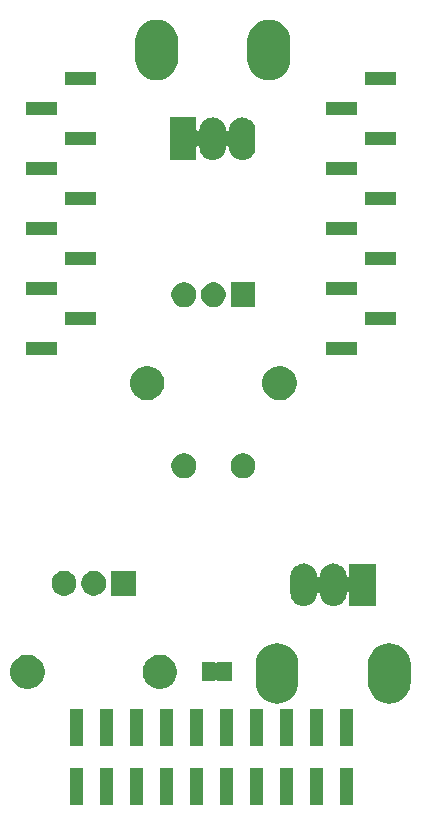
<source format=gbr>
G04 #@! TF.GenerationSoftware,KiCad,Pcbnew,(5.1.5-0-10_14)*
G04 #@! TF.CreationDate,2020-01-23T10:54:37-08:00*
G04 #@! TF.ProjectId,AndyCabinets,416e6479-4361-4626-996e-6574732e6b69,rev?*
G04 #@! TF.SameCoordinates,Original*
G04 #@! TF.FileFunction,Soldermask,Bot*
G04 #@! TF.FilePolarity,Negative*
%FSLAX46Y46*%
G04 Gerber Fmt 4.6, Leading zero omitted, Abs format (unit mm)*
G04 Created by KiCad (PCBNEW (5.1.5-0-10_14)) date 2020-01-23 10:54:37*
%MOMM*%
%LPD*%
G04 APERTURE LIST*
%ADD10C,0.050000*%
G04 APERTURE END LIST*
D10*
G36*
X209613321Y-133738800D02*
G01*
X208511321Y-133738800D01*
X208511321Y-130636800D01*
X209613321Y-130636800D01*
X209613321Y-133738800D01*
G37*
G36*
X207073321Y-133738800D02*
G01*
X205971321Y-133738800D01*
X205971321Y-130636800D01*
X207073321Y-130636800D01*
X207073321Y-133738800D01*
G37*
G36*
X204533321Y-133738800D02*
G01*
X203431321Y-133738800D01*
X203431321Y-130636800D01*
X204533321Y-130636800D01*
X204533321Y-133738800D01*
G37*
G36*
X201993321Y-133738800D02*
G01*
X200891321Y-133738800D01*
X200891321Y-130636800D01*
X201993321Y-130636800D01*
X201993321Y-133738800D01*
G37*
G36*
X199453321Y-133738800D02*
G01*
X198351321Y-133738800D01*
X198351321Y-130636800D01*
X199453321Y-130636800D01*
X199453321Y-133738800D01*
G37*
G36*
X196913321Y-133738800D02*
G01*
X195811321Y-133738800D01*
X195811321Y-130636800D01*
X196913321Y-130636800D01*
X196913321Y-133738800D01*
G37*
G36*
X194373321Y-133738800D02*
G01*
X193271321Y-133738800D01*
X193271321Y-130636800D01*
X194373321Y-130636800D01*
X194373321Y-133738800D01*
G37*
G36*
X191833321Y-133738800D02*
G01*
X190731321Y-133738800D01*
X190731321Y-130636800D01*
X191833321Y-130636800D01*
X191833321Y-133738800D01*
G37*
G36*
X189293321Y-133738800D02*
G01*
X188191321Y-133738800D01*
X188191321Y-130636800D01*
X189293321Y-130636800D01*
X189293321Y-133738800D01*
G37*
G36*
X186753321Y-133738800D02*
G01*
X185651321Y-133738800D01*
X185651321Y-130636800D01*
X186753321Y-130636800D01*
X186753321Y-133738800D01*
G37*
G36*
X201993321Y-128698800D02*
G01*
X200891321Y-128698800D01*
X200891321Y-125596800D01*
X201993321Y-125596800D01*
X201993321Y-128698800D01*
G37*
G36*
X194373321Y-128698800D02*
G01*
X193271321Y-128698800D01*
X193271321Y-125596800D01*
X194373321Y-125596800D01*
X194373321Y-128698800D01*
G37*
G36*
X191833321Y-128698800D02*
G01*
X190731321Y-128698800D01*
X190731321Y-125596800D01*
X191833321Y-125596800D01*
X191833321Y-128698800D01*
G37*
G36*
X189293321Y-128698800D02*
G01*
X188191321Y-128698800D01*
X188191321Y-125596800D01*
X189293321Y-125596800D01*
X189293321Y-128698800D01*
G37*
G36*
X186753321Y-128698800D02*
G01*
X185651321Y-128698800D01*
X185651321Y-125596800D01*
X186753321Y-125596800D01*
X186753321Y-128698800D01*
G37*
G36*
X196913321Y-128698800D02*
G01*
X195811321Y-128698800D01*
X195811321Y-125596800D01*
X196913321Y-125596800D01*
X196913321Y-128698800D01*
G37*
G36*
X199453321Y-128698800D02*
G01*
X198351321Y-128698800D01*
X198351321Y-125596800D01*
X199453321Y-125596800D01*
X199453321Y-128698800D01*
G37*
G36*
X209613321Y-128698800D02*
G01*
X208511321Y-128698800D01*
X208511321Y-125596800D01*
X209613321Y-125596800D01*
X209613321Y-128698800D01*
G37*
G36*
X207073321Y-128698800D02*
G01*
X205971321Y-128698800D01*
X205971321Y-125596800D01*
X207073321Y-125596800D01*
X207073321Y-128698800D01*
G37*
G36*
X204533321Y-128698800D02*
G01*
X203431321Y-128698800D01*
X203431321Y-125596800D01*
X204533321Y-125596800D01*
X204533321Y-128698800D01*
G37*
G36*
X203576858Y-120067488D02*
G01*
X203916348Y-120170471D01*
X203916350Y-120170472D01*
X204229222Y-120337706D01*
X204229224Y-120337707D01*
X204229223Y-120337707D01*
X204503461Y-120562768D01*
X204728522Y-120837006D01*
X204895758Y-121149881D01*
X204998741Y-121489371D01*
X205024800Y-121753954D01*
X205024800Y-123430904D01*
X204998741Y-123695487D01*
X204931719Y-123916429D01*
X204895757Y-124034979D01*
X204728523Y-124347851D01*
X204503461Y-124622090D01*
X204229223Y-124847152D01*
X203916349Y-125014386D01*
X203916347Y-125014387D01*
X203576857Y-125117370D01*
X203223800Y-125152143D01*
X202870742Y-125117370D01*
X202531252Y-125014387D01*
X202531250Y-125014386D01*
X202218378Y-124847152D01*
X201944139Y-124622090D01*
X201719077Y-124347852D01*
X201551843Y-124034978D01*
X201551842Y-124034976D01*
X201448859Y-123695486D01*
X201422800Y-123430903D01*
X201422800Y-121753954D01*
X201448859Y-121489371D01*
X201551843Y-121149881D01*
X201719079Y-120837006D01*
X201944140Y-120562768D01*
X202218378Y-120337707D01*
X202218377Y-120337707D01*
X202218379Y-120337706D01*
X202531251Y-120170472D01*
X202531253Y-120170471D01*
X202870743Y-120067488D01*
X203223800Y-120032715D01*
X203576858Y-120067488D01*
G37*
G36*
X213076858Y-120067488D02*
G01*
X213416348Y-120170471D01*
X213416350Y-120170472D01*
X213729222Y-120337706D01*
X213729224Y-120337707D01*
X213729223Y-120337707D01*
X214003461Y-120562768D01*
X214228522Y-120837006D01*
X214395758Y-121149881D01*
X214498741Y-121489371D01*
X214524800Y-121753954D01*
X214524800Y-123430904D01*
X214498741Y-123695487D01*
X214431719Y-123916429D01*
X214395757Y-124034979D01*
X214228523Y-124347851D01*
X214003461Y-124622090D01*
X213729223Y-124847152D01*
X213416349Y-125014386D01*
X213416347Y-125014387D01*
X213076857Y-125117370D01*
X212723800Y-125152143D01*
X212370742Y-125117370D01*
X212031252Y-125014387D01*
X212031250Y-125014386D01*
X211718378Y-124847152D01*
X211444139Y-124622090D01*
X211219077Y-124347852D01*
X211051843Y-124034978D01*
X211051842Y-124034976D01*
X210948859Y-123695486D01*
X210922800Y-123430903D01*
X210922800Y-121753954D01*
X210948859Y-121489371D01*
X211051843Y-121149881D01*
X211219079Y-120837006D01*
X211444140Y-120562768D01*
X211718378Y-120337707D01*
X211718377Y-120337707D01*
X211718379Y-120337706D01*
X212031251Y-120170472D01*
X212031253Y-120170471D01*
X212370743Y-120067488D01*
X212723800Y-120032715D01*
X213076858Y-120067488D01*
G37*
G36*
X182509041Y-121070189D02*
G01*
X182773105Y-121179568D01*
X183010758Y-121338363D01*
X183212866Y-121540471D01*
X183371661Y-121778124D01*
X183481040Y-122042188D01*
X183536800Y-122322517D01*
X183536800Y-122608341D01*
X183481040Y-122888670D01*
X183371661Y-123152734D01*
X183212866Y-123390387D01*
X183010758Y-123592495D01*
X182773105Y-123751290D01*
X182509041Y-123860669D01*
X182228712Y-123916429D01*
X181942888Y-123916429D01*
X181662559Y-123860669D01*
X181398495Y-123751290D01*
X181160842Y-123592495D01*
X180958734Y-123390387D01*
X180799939Y-123152734D01*
X180690560Y-122888670D01*
X180634800Y-122608341D01*
X180634800Y-122322517D01*
X180690560Y-122042188D01*
X180799939Y-121778124D01*
X180958734Y-121540471D01*
X181160842Y-121338363D01*
X181398495Y-121179568D01*
X181662559Y-121070189D01*
X181942888Y-121014429D01*
X182228712Y-121014429D01*
X182509041Y-121070189D01*
G37*
G36*
X193709041Y-121070189D02*
G01*
X193973105Y-121179568D01*
X194210758Y-121338363D01*
X194412866Y-121540471D01*
X194571661Y-121778124D01*
X194681040Y-122042188D01*
X194736800Y-122322517D01*
X194736800Y-122608341D01*
X194681040Y-122888670D01*
X194571661Y-123152734D01*
X194412866Y-123390387D01*
X194210758Y-123592495D01*
X193973105Y-123751290D01*
X193709041Y-123860669D01*
X193428712Y-123916429D01*
X193142888Y-123916429D01*
X192862559Y-123860669D01*
X192598495Y-123751290D01*
X192360842Y-123592495D01*
X192158734Y-123390387D01*
X191999939Y-123152734D01*
X191890560Y-122888670D01*
X191834800Y-122608341D01*
X191834800Y-122322517D01*
X191890560Y-122042188D01*
X191999939Y-121778124D01*
X192158734Y-121540471D01*
X192360842Y-121338363D01*
X192598495Y-121179568D01*
X192862559Y-121070189D01*
X193142888Y-121014429D01*
X193428712Y-121014429D01*
X193709041Y-121070189D01*
G37*
G36*
X197930399Y-121627737D02*
G01*
X197940008Y-121630652D01*
X197948872Y-121635390D01*
X197956612Y-121641742D01*
X197956613Y-121641743D01*
X197956637Y-121641763D01*
X197963040Y-121649573D01*
X197963077Y-121649628D01*
X197970880Y-121659147D01*
X197970911Y-121659122D01*
X197982253Y-121672972D01*
X198001179Y-121688537D01*
X198022777Y-121700111D01*
X198046219Y-121707249D01*
X198070602Y-121709676D01*
X198094991Y-121707300D01*
X198118447Y-121700211D01*
X198140070Y-121688682D01*
X198159028Y-121673157D01*
X198174593Y-121654231D01*
X198176429Y-121651175D01*
X198177818Y-121649486D01*
X198177819Y-121649484D01*
X198184201Y-121641725D01*
X198191973Y-121635360D01*
X198191975Y-121635358D01*
X198200799Y-121630654D01*
X198200838Y-121630633D01*
X198210455Y-121627727D01*
X198210485Y-121627718D01*
X198226513Y-121626148D01*
X199364260Y-121626148D01*
X199380399Y-121627737D01*
X199390008Y-121630652D01*
X199398872Y-121635390D01*
X199406637Y-121641763D01*
X199413010Y-121649528D01*
X199417748Y-121658392D01*
X199420663Y-121668001D01*
X199422252Y-121684140D01*
X199422252Y-123171860D01*
X199420663Y-123187999D01*
X199417748Y-123197608D01*
X199413010Y-123206472D01*
X199406637Y-123214237D01*
X199398872Y-123220610D01*
X199390008Y-123225348D01*
X199380399Y-123228263D01*
X199364260Y-123229852D01*
X198226540Y-123229852D01*
X198210401Y-123228263D01*
X198200792Y-123225348D01*
X198191928Y-123220610D01*
X198184163Y-123214237D01*
X198173516Y-123201263D01*
X198167347Y-123192032D01*
X198150019Y-123174706D01*
X198129644Y-123161093D01*
X198107005Y-123151717D01*
X198082972Y-123146937D01*
X198058468Y-123146938D01*
X198034435Y-123151720D01*
X198011796Y-123161098D01*
X197991422Y-123174713D01*
X197974096Y-123192041D01*
X197967225Y-123201317D01*
X197963040Y-123206427D01*
X197956675Y-123214199D01*
X197948916Y-123220581D01*
X197940061Y-123225326D01*
X197937023Y-123226251D01*
X197930485Y-123228242D01*
X197930482Y-123228242D01*
X197930450Y-123228252D01*
X197920400Y-123229247D01*
X197920335Y-123229247D01*
X197914225Y-123229852D01*
X196926540Y-123229852D01*
X196910401Y-123228263D01*
X196900792Y-123225348D01*
X196891928Y-123220610D01*
X196884163Y-123214237D01*
X196877790Y-123206472D01*
X196873052Y-123197608D01*
X196870137Y-123187999D01*
X196868548Y-123171860D01*
X196868548Y-121684140D01*
X196870137Y-121668001D01*
X196873052Y-121658392D01*
X196877790Y-121649528D01*
X196884163Y-121641763D01*
X196891928Y-121635390D01*
X196900792Y-121630652D01*
X196910401Y-121627737D01*
X196926540Y-121626148D01*
X197914260Y-121626148D01*
X197930399Y-121627737D01*
G37*
G36*
X208194535Y-113307721D02*
G01*
X208351559Y-113355354D01*
X208406790Y-113372108D01*
X208602398Y-113476663D01*
X208773855Y-113617374D01*
X208914566Y-113788831D01*
X209019121Y-113984439D01*
X209019122Y-113984443D01*
X209083508Y-114196694D01*
X209083508Y-114196696D01*
X209098404Y-114347938D01*
X209103184Y-114371971D01*
X209112562Y-114394610D01*
X209126175Y-114414985D01*
X209143503Y-114432312D01*
X209163877Y-114445925D01*
X209186516Y-114455303D01*
X209210549Y-114460083D01*
X209235053Y-114460083D01*
X209259086Y-114455303D01*
X209281725Y-114445925D01*
X209302100Y-114432312D01*
X209319427Y-114414984D01*
X209333040Y-114394610D01*
X209342418Y-114371971D01*
X209347800Y-114335686D01*
X209347800Y-113291429D01*
X211599800Y-113291429D01*
X211599800Y-116893429D01*
X209347800Y-116893429D01*
X209347800Y-115849172D01*
X209345398Y-115824786D01*
X209338285Y-115801337D01*
X209326734Y-115779726D01*
X209311189Y-115760784D01*
X209292247Y-115745239D01*
X209270636Y-115733688D01*
X209247187Y-115726575D01*
X209222801Y-115724173D01*
X209198415Y-115726575D01*
X209174966Y-115733688D01*
X209153355Y-115745239D01*
X209134413Y-115760784D01*
X209118868Y-115779726D01*
X209107317Y-115801337D01*
X209098404Y-115836920D01*
X209083508Y-115988164D01*
X209035875Y-116145188D01*
X209019121Y-116200419D01*
X208914566Y-116396027D01*
X208914565Y-116396028D01*
X208773855Y-116567484D01*
X208602399Y-116708194D01*
X208602397Y-116708195D01*
X208406789Y-116812750D01*
X208351558Y-116829504D01*
X208194534Y-116877137D01*
X207973800Y-116898877D01*
X207753065Y-116877137D01*
X207596041Y-116829504D01*
X207540810Y-116812750D01*
X207345202Y-116708195D01*
X207314456Y-116682962D01*
X207173745Y-116567484D01*
X207033035Y-116396028D01*
X207027056Y-116384842D01*
X206928479Y-116200418D01*
X206911725Y-116145187D01*
X206864092Y-115988163D01*
X206848197Y-115826776D01*
X206843417Y-115802743D01*
X206834039Y-115780104D01*
X206820426Y-115759729D01*
X206803098Y-115742402D01*
X206782724Y-115728789D01*
X206760085Y-115719411D01*
X206736052Y-115714631D01*
X206711548Y-115714631D01*
X206687515Y-115719411D01*
X206664876Y-115728789D01*
X206644501Y-115742402D01*
X206627174Y-115759730D01*
X206613561Y-115780104D01*
X206604183Y-115802743D01*
X206599403Y-115826776D01*
X206583508Y-115988164D01*
X206535875Y-116145188D01*
X206519121Y-116200419D01*
X206414566Y-116396027D01*
X206414565Y-116396028D01*
X206273855Y-116567484D01*
X206102399Y-116708194D01*
X206102397Y-116708195D01*
X205906789Y-116812750D01*
X205851558Y-116829504D01*
X205694534Y-116877137D01*
X205473800Y-116898877D01*
X205253065Y-116877137D01*
X205096041Y-116829504D01*
X205040810Y-116812750D01*
X204845202Y-116708195D01*
X204814456Y-116682962D01*
X204673745Y-116567484D01*
X204533035Y-116396028D01*
X204527056Y-116384842D01*
X204428479Y-116200418D01*
X204411725Y-116145187D01*
X204364092Y-115988163D01*
X204347800Y-115822744D01*
X204347800Y-114362113D01*
X204364092Y-114196694D01*
X204413432Y-114034044D01*
X204428479Y-113984440D01*
X204533035Y-113788831D01*
X204673746Y-113617374D01*
X204845203Y-113476663D01*
X205040811Y-113372108D01*
X205096042Y-113355354D01*
X205253066Y-113307721D01*
X205473800Y-113285981D01*
X205694535Y-113307721D01*
X205851559Y-113355354D01*
X205906790Y-113372108D01*
X206102398Y-113476663D01*
X206273855Y-113617374D01*
X206414566Y-113788831D01*
X206519121Y-113984439D01*
X206519122Y-113984443D01*
X206583508Y-114196694D01*
X206583508Y-114196696D01*
X206599403Y-114358081D01*
X206604183Y-114382114D01*
X206613561Y-114404753D01*
X206627174Y-114425128D01*
X206644502Y-114442455D01*
X206664876Y-114456068D01*
X206687515Y-114465446D01*
X206711548Y-114470226D01*
X206736052Y-114470226D01*
X206760085Y-114465446D01*
X206782724Y-114456068D01*
X206803099Y-114442455D01*
X206820426Y-114425127D01*
X206834039Y-114404753D01*
X206843417Y-114382114D01*
X206848197Y-114358081D01*
X206864092Y-114196696D01*
X206864092Y-114196694D01*
X206913432Y-114034044D01*
X206928479Y-113984440D01*
X207033035Y-113788831D01*
X207173746Y-113617374D01*
X207345203Y-113476663D01*
X207540811Y-113372108D01*
X207596042Y-113355354D01*
X207753066Y-113307721D01*
X207973800Y-113285981D01*
X208194535Y-113307721D01*
G37*
G36*
X191236800Y-116016429D02*
G01*
X189134800Y-116016429D01*
X189134800Y-113914429D01*
X191236800Y-113914429D01*
X191236800Y-116016429D01*
G37*
G36*
X185492364Y-113954818D02*
G01*
X185683633Y-114034044D01*
X185683635Y-114034045D01*
X185855773Y-114149064D01*
X186002165Y-114295456D01*
X186115749Y-114465446D01*
X186117185Y-114467596D01*
X186196411Y-114658865D01*
X186236800Y-114861913D01*
X186236800Y-115068945D01*
X186196411Y-115271993D01*
X186117185Y-115463262D01*
X186117184Y-115463264D01*
X186002165Y-115635402D01*
X185855773Y-115781794D01*
X185683635Y-115896813D01*
X185683634Y-115896814D01*
X185683633Y-115896814D01*
X185492364Y-115976040D01*
X185289316Y-116016429D01*
X185082284Y-116016429D01*
X184879236Y-115976040D01*
X184687967Y-115896814D01*
X184687966Y-115896814D01*
X184687965Y-115896813D01*
X184515827Y-115781794D01*
X184369435Y-115635402D01*
X184254416Y-115463264D01*
X184254415Y-115463262D01*
X184175189Y-115271993D01*
X184134800Y-115068945D01*
X184134800Y-114861913D01*
X184175189Y-114658865D01*
X184254415Y-114467596D01*
X184255852Y-114465446D01*
X184369435Y-114295456D01*
X184515827Y-114149064D01*
X184687965Y-114034045D01*
X184687967Y-114034044D01*
X184879236Y-113954818D01*
X185082284Y-113914429D01*
X185289316Y-113914429D01*
X185492364Y-113954818D01*
G37*
G36*
X187992364Y-113954818D02*
G01*
X188183633Y-114034044D01*
X188183635Y-114034045D01*
X188355773Y-114149064D01*
X188502165Y-114295456D01*
X188615749Y-114465446D01*
X188617185Y-114467596D01*
X188696411Y-114658865D01*
X188736800Y-114861913D01*
X188736800Y-115068945D01*
X188696411Y-115271993D01*
X188617185Y-115463262D01*
X188617184Y-115463264D01*
X188502165Y-115635402D01*
X188355773Y-115781794D01*
X188183635Y-115896813D01*
X188183634Y-115896814D01*
X188183633Y-115896814D01*
X187992364Y-115976040D01*
X187789316Y-116016429D01*
X187582284Y-116016429D01*
X187379236Y-115976040D01*
X187187967Y-115896814D01*
X187187966Y-115896814D01*
X187187965Y-115896813D01*
X187015827Y-115781794D01*
X186869435Y-115635402D01*
X186754416Y-115463264D01*
X186754415Y-115463262D01*
X186675189Y-115271993D01*
X186634800Y-115068945D01*
X186634800Y-114861913D01*
X186675189Y-114658865D01*
X186754415Y-114467596D01*
X186755852Y-114465446D01*
X186869435Y-114295456D01*
X187015827Y-114149064D01*
X187187965Y-114034045D01*
X187187967Y-114034044D01*
X187379236Y-113954818D01*
X187582284Y-113914429D01*
X187789316Y-113914429D01*
X187992364Y-113954818D01*
G37*
G36*
X200636364Y-104007318D02*
G01*
X200827633Y-104086544D01*
X200827635Y-104086545D01*
X200999773Y-104201564D01*
X201146165Y-104347956D01*
X201261185Y-104520096D01*
X201340411Y-104711365D01*
X201380800Y-104914413D01*
X201380800Y-105121445D01*
X201340411Y-105324493D01*
X201261185Y-105515762D01*
X201261184Y-105515764D01*
X201146165Y-105687902D01*
X200999773Y-105834294D01*
X200827635Y-105949313D01*
X200827634Y-105949314D01*
X200827633Y-105949314D01*
X200636364Y-106028540D01*
X200433316Y-106068929D01*
X200226284Y-106068929D01*
X200023236Y-106028540D01*
X199831967Y-105949314D01*
X199831966Y-105949314D01*
X199831965Y-105949313D01*
X199659827Y-105834294D01*
X199513435Y-105687902D01*
X199398416Y-105515764D01*
X199398415Y-105515762D01*
X199319189Y-105324493D01*
X199278800Y-105121445D01*
X199278800Y-104914413D01*
X199319189Y-104711365D01*
X199398415Y-104520096D01*
X199513435Y-104347956D01*
X199659827Y-104201564D01*
X199831965Y-104086545D01*
X199831967Y-104086544D01*
X200023236Y-104007318D01*
X200226284Y-103966929D01*
X200433316Y-103966929D01*
X200636364Y-104007318D01*
G37*
G36*
X195636364Y-104007318D02*
G01*
X195827633Y-104086544D01*
X195827635Y-104086545D01*
X195999773Y-104201564D01*
X196146165Y-104347956D01*
X196261185Y-104520096D01*
X196340411Y-104711365D01*
X196380800Y-104914413D01*
X196380800Y-105121445D01*
X196340411Y-105324493D01*
X196261185Y-105515762D01*
X196261184Y-105515764D01*
X196146165Y-105687902D01*
X195999773Y-105834294D01*
X195827635Y-105949313D01*
X195827634Y-105949314D01*
X195827633Y-105949314D01*
X195636364Y-106028540D01*
X195433316Y-106068929D01*
X195226284Y-106068929D01*
X195023236Y-106028540D01*
X194831967Y-105949314D01*
X194831966Y-105949314D01*
X194831965Y-105949313D01*
X194659827Y-105834294D01*
X194513435Y-105687902D01*
X194398416Y-105515764D01*
X194398415Y-105515762D01*
X194319189Y-105324493D01*
X194278800Y-105121445D01*
X194278800Y-104914413D01*
X194319189Y-104711365D01*
X194398415Y-104520096D01*
X194513435Y-104347956D01*
X194659827Y-104201564D01*
X194831965Y-104086545D01*
X194831967Y-104086544D01*
X195023236Y-104007318D01*
X195226284Y-103966929D01*
X195433316Y-103966929D01*
X195636364Y-104007318D01*
G37*
G36*
X203853041Y-96622689D02*
G01*
X204117105Y-96732068D01*
X204354758Y-96890863D01*
X204556866Y-97092971D01*
X204715661Y-97330624D01*
X204825040Y-97594688D01*
X204880800Y-97875017D01*
X204880800Y-98160841D01*
X204825040Y-98441170D01*
X204715661Y-98705234D01*
X204556866Y-98942887D01*
X204354758Y-99144995D01*
X204117105Y-99303790D01*
X203853041Y-99413169D01*
X203572712Y-99468929D01*
X203286888Y-99468929D01*
X203006559Y-99413169D01*
X202742495Y-99303790D01*
X202504842Y-99144995D01*
X202302734Y-98942887D01*
X202143939Y-98705234D01*
X202034560Y-98441170D01*
X201978800Y-98160841D01*
X201978800Y-97875017D01*
X202034560Y-97594688D01*
X202143939Y-97330624D01*
X202302734Y-97092971D01*
X202504842Y-96890863D01*
X202742495Y-96732068D01*
X203006559Y-96622689D01*
X203286888Y-96566929D01*
X203572712Y-96566929D01*
X203853041Y-96622689D01*
G37*
G36*
X192653041Y-96622689D02*
G01*
X192917105Y-96732068D01*
X193154758Y-96890863D01*
X193356866Y-97092971D01*
X193515661Y-97330624D01*
X193625040Y-97594688D01*
X193680800Y-97875017D01*
X193680800Y-98160841D01*
X193625040Y-98441170D01*
X193515661Y-98705234D01*
X193356866Y-98942887D01*
X193154758Y-99144995D01*
X192917105Y-99303790D01*
X192653041Y-99413169D01*
X192372712Y-99468929D01*
X192086888Y-99468929D01*
X191806559Y-99413169D01*
X191542495Y-99303790D01*
X191304842Y-99144995D01*
X191102734Y-98942887D01*
X190943939Y-98705234D01*
X190834560Y-98441170D01*
X190778800Y-98160841D01*
X190778800Y-97875017D01*
X190834560Y-97594688D01*
X190943939Y-97330624D01*
X191102734Y-97092971D01*
X191304842Y-96890863D01*
X191542495Y-96732068D01*
X191806559Y-96622689D01*
X192086888Y-96566929D01*
X192372712Y-96566929D01*
X192653041Y-96622689D01*
G37*
G36*
X184575363Y-95622099D02*
G01*
X181963363Y-95622099D01*
X181963363Y-94520099D01*
X184575363Y-94520099D01*
X184575363Y-95622099D01*
G37*
G36*
X209975363Y-95622099D02*
G01*
X207363363Y-95622099D01*
X207363363Y-94520099D01*
X209975363Y-94520099D01*
X209975363Y-95622099D01*
G37*
G36*
X213285363Y-93082099D02*
G01*
X210673363Y-93082099D01*
X210673363Y-91980099D01*
X213285363Y-91980099D01*
X213285363Y-93082099D01*
G37*
G36*
X187885363Y-93082099D02*
G01*
X185273363Y-93082099D01*
X185273363Y-91980099D01*
X187885363Y-91980099D01*
X187885363Y-93082099D01*
G37*
G36*
X195636364Y-89507318D02*
G01*
X195827633Y-89586544D01*
X195827635Y-89586545D01*
X195999773Y-89701564D01*
X196146165Y-89847956D01*
X196261185Y-90020096D01*
X196340411Y-90211365D01*
X196380800Y-90414413D01*
X196380800Y-90621445D01*
X196340411Y-90824493D01*
X196261185Y-91015762D01*
X196261184Y-91015764D01*
X196146165Y-91187902D01*
X195999773Y-91334294D01*
X195827635Y-91449313D01*
X195827634Y-91449314D01*
X195827633Y-91449314D01*
X195636364Y-91528540D01*
X195433316Y-91568929D01*
X195226284Y-91568929D01*
X195023236Y-91528540D01*
X194831967Y-91449314D01*
X194831966Y-91449314D01*
X194831965Y-91449313D01*
X194659827Y-91334294D01*
X194513435Y-91187902D01*
X194398416Y-91015764D01*
X194398415Y-91015762D01*
X194319189Y-90824493D01*
X194278800Y-90621445D01*
X194278800Y-90414413D01*
X194319189Y-90211365D01*
X194398415Y-90020096D01*
X194513435Y-89847956D01*
X194659827Y-89701564D01*
X194831965Y-89586545D01*
X194831967Y-89586544D01*
X195023236Y-89507318D01*
X195226284Y-89466929D01*
X195433316Y-89466929D01*
X195636364Y-89507318D01*
G37*
G36*
X198136364Y-89507318D02*
G01*
X198327633Y-89586544D01*
X198327635Y-89586545D01*
X198499773Y-89701564D01*
X198646165Y-89847956D01*
X198761185Y-90020096D01*
X198840411Y-90211365D01*
X198880800Y-90414413D01*
X198880800Y-90621445D01*
X198840411Y-90824493D01*
X198761185Y-91015762D01*
X198761184Y-91015764D01*
X198646165Y-91187902D01*
X198499773Y-91334294D01*
X198327635Y-91449313D01*
X198327634Y-91449314D01*
X198327633Y-91449314D01*
X198136364Y-91528540D01*
X197933316Y-91568929D01*
X197726284Y-91568929D01*
X197523236Y-91528540D01*
X197331967Y-91449314D01*
X197331966Y-91449314D01*
X197331965Y-91449313D01*
X197159827Y-91334294D01*
X197013435Y-91187902D01*
X196898416Y-91015764D01*
X196898415Y-91015762D01*
X196819189Y-90824493D01*
X196778800Y-90621445D01*
X196778800Y-90414413D01*
X196819189Y-90211365D01*
X196898415Y-90020096D01*
X197013435Y-89847956D01*
X197159827Y-89701564D01*
X197331965Y-89586545D01*
X197331967Y-89586544D01*
X197523236Y-89507318D01*
X197726284Y-89466929D01*
X197933316Y-89466929D01*
X198136364Y-89507318D01*
G37*
G36*
X201380800Y-91568929D02*
G01*
X199278800Y-91568929D01*
X199278800Y-89466929D01*
X201380800Y-89466929D01*
X201380800Y-91568929D01*
G37*
G36*
X209975363Y-90542099D02*
G01*
X207363363Y-90542099D01*
X207363363Y-89440099D01*
X209975363Y-89440099D01*
X209975363Y-90542099D01*
G37*
G36*
X184575363Y-90542099D02*
G01*
X181963363Y-90542099D01*
X181963363Y-89440099D01*
X184575363Y-89440099D01*
X184575363Y-90542099D01*
G37*
G36*
X187885363Y-88002099D02*
G01*
X185273363Y-88002099D01*
X185273363Y-86900099D01*
X187885363Y-86900099D01*
X187885363Y-88002099D01*
G37*
G36*
X213285363Y-88002099D02*
G01*
X210673363Y-88002099D01*
X210673363Y-86900099D01*
X213285363Y-86900099D01*
X213285363Y-88002099D01*
G37*
G36*
X184575363Y-85462099D02*
G01*
X181963363Y-85462099D01*
X181963363Y-84360099D01*
X184575363Y-84360099D01*
X184575363Y-85462099D01*
G37*
G36*
X209975363Y-85462099D02*
G01*
X207363363Y-85462099D01*
X207363363Y-84360099D01*
X209975363Y-84360099D01*
X209975363Y-85462099D01*
G37*
G36*
X187885363Y-82922099D02*
G01*
X185273363Y-82922099D01*
X185273363Y-81820099D01*
X187885363Y-81820099D01*
X187885363Y-82922099D01*
G37*
G36*
X213285363Y-82922099D02*
G01*
X210673363Y-82922099D01*
X210673363Y-81820099D01*
X213285363Y-81820099D01*
X213285363Y-82922099D01*
G37*
G36*
X209975363Y-80382099D02*
G01*
X207363363Y-80382099D01*
X207363363Y-79280099D01*
X209975363Y-79280099D01*
X209975363Y-80382099D01*
G37*
G36*
X184575363Y-80382099D02*
G01*
X181963363Y-80382099D01*
X181963363Y-79280099D01*
X184575363Y-79280099D01*
X184575363Y-80382099D01*
G37*
G36*
X200486534Y-75532892D02*
G01*
X200643558Y-75580525D01*
X200698789Y-75597279D01*
X200883213Y-75695856D01*
X200894399Y-75701835D01*
X201065855Y-75842545D01*
X201181333Y-75983256D01*
X201206566Y-76014002D01*
X201311121Y-76209610D01*
X201327875Y-76264841D01*
X201375508Y-76421865D01*
X201391800Y-76587284D01*
X201391800Y-78047916D01*
X201375508Y-78213335D01*
X201327875Y-78370359D01*
X201311121Y-78425590D01*
X201206566Y-78621198D01*
X201065855Y-78792655D01*
X200894398Y-78933366D01*
X200698790Y-79037921D01*
X200643559Y-79054675D01*
X200486535Y-79102308D01*
X200265800Y-79124048D01*
X200045066Y-79102308D01*
X199888042Y-79054675D01*
X199832811Y-79037921D01*
X199637203Y-78933366D01*
X199465746Y-78792655D01*
X199325035Y-78621198D01*
X199220479Y-78425589D01*
X199181847Y-78298235D01*
X199156092Y-78213335D01*
X199140197Y-78051948D01*
X199135417Y-78027915D01*
X199126039Y-78005276D01*
X199112426Y-77984901D01*
X199095098Y-77967574D01*
X199074724Y-77953961D01*
X199052085Y-77944583D01*
X199028052Y-77939803D01*
X199003548Y-77939803D01*
X198979515Y-77944583D01*
X198956876Y-77953961D01*
X198936501Y-77967574D01*
X198919174Y-77984902D01*
X198905561Y-78005276D01*
X198896183Y-78027915D01*
X198891403Y-78051948D01*
X198875508Y-78213335D01*
X198827875Y-78370359D01*
X198811121Y-78425590D01*
X198706566Y-78621198D01*
X198565855Y-78792655D01*
X198394398Y-78933366D01*
X198198790Y-79037921D01*
X198143559Y-79054675D01*
X197986535Y-79102308D01*
X197765800Y-79124048D01*
X197545066Y-79102308D01*
X197388042Y-79054675D01*
X197332811Y-79037921D01*
X197137203Y-78933366D01*
X196965746Y-78792655D01*
X196825035Y-78621198D01*
X196720479Y-78425589D01*
X196681847Y-78298235D01*
X196656092Y-78213335D01*
X196641196Y-78062091D01*
X196636416Y-78038058D01*
X196627038Y-78015419D01*
X196613425Y-77995044D01*
X196596097Y-77977717D01*
X196575723Y-77964104D01*
X196553084Y-77954726D01*
X196529051Y-77949946D01*
X196504547Y-77949946D01*
X196480514Y-77954726D01*
X196457875Y-77964104D01*
X196437500Y-77977717D01*
X196420173Y-77995045D01*
X196406560Y-78015419D01*
X196397182Y-78038058D01*
X196391800Y-78074343D01*
X196391800Y-79118600D01*
X194139800Y-79118600D01*
X194139800Y-75516600D01*
X196391800Y-75516600D01*
X196391800Y-76560858D01*
X196394202Y-76585244D01*
X196401315Y-76608693D01*
X196412866Y-76630304D01*
X196428411Y-76649246D01*
X196447353Y-76664791D01*
X196468964Y-76676342D01*
X196492413Y-76683455D01*
X196516799Y-76685857D01*
X196541185Y-76683455D01*
X196564634Y-76676342D01*
X196586245Y-76664791D01*
X196605187Y-76649246D01*
X196620732Y-76630304D01*
X196632283Y-76608693D01*
X196641196Y-76573110D01*
X196656092Y-76421868D01*
X196656092Y-76421866D01*
X196720478Y-76209615D01*
X196720479Y-76209611D01*
X196825034Y-76014003D01*
X196825035Y-76014001D01*
X196965745Y-75842545D01*
X197137201Y-75701835D01*
X197137200Y-75701835D01*
X197137202Y-75701834D01*
X197332810Y-75597279D01*
X197388041Y-75580525D01*
X197545065Y-75532892D01*
X197765800Y-75511152D01*
X197986534Y-75532892D01*
X198143558Y-75580525D01*
X198198789Y-75597279D01*
X198383213Y-75695856D01*
X198394399Y-75701835D01*
X198565855Y-75842545D01*
X198681333Y-75983256D01*
X198706566Y-76014002D01*
X198811121Y-76209610D01*
X198827875Y-76264841D01*
X198875508Y-76421865D01*
X198875508Y-76421867D01*
X198891403Y-76583253D01*
X198896183Y-76607286D01*
X198905561Y-76629925D01*
X198919174Y-76650300D01*
X198936501Y-76667627D01*
X198956876Y-76681240D01*
X198979515Y-76690618D01*
X199003548Y-76695398D01*
X199028052Y-76695398D01*
X199052085Y-76690618D01*
X199074724Y-76681240D01*
X199095099Y-76667627D01*
X199112426Y-76650300D01*
X199126039Y-76629925D01*
X199135417Y-76607286D01*
X199140197Y-76583253D01*
X199156092Y-76421868D01*
X199156092Y-76421866D01*
X199220478Y-76209615D01*
X199220479Y-76209611D01*
X199325034Y-76014003D01*
X199325035Y-76014001D01*
X199465745Y-75842545D01*
X199637201Y-75701835D01*
X199637200Y-75701835D01*
X199637202Y-75701834D01*
X199832810Y-75597279D01*
X199888041Y-75580525D01*
X200045065Y-75532892D01*
X200265800Y-75511152D01*
X200486534Y-75532892D01*
G37*
G36*
X213285363Y-77842099D02*
G01*
X210673363Y-77842099D01*
X210673363Y-76740099D01*
X213285363Y-76740099D01*
X213285363Y-77842099D01*
G37*
G36*
X187885363Y-77842099D02*
G01*
X185273363Y-77842099D01*
X185273363Y-76740099D01*
X187885363Y-76740099D01*
X187885363Y-77842099D01*
G37*
G36*
X184575363Y-75302099D02*
G01*
X181963363Y-75302099D01*
X181963363Y-74200099D01*
X184575363Y-74200099D01*
X184575363Y-75302099D01*
G37*
G36*
X209975363Y-75302099D02*
G01*
X207363363Y-75302099D01*
X207363363Y-74200099D01*
X209975363Y-74200099D01*
X209975363Y-75302099D01*
G37*
G36*
X187885363Y-72762099D02*
G01*
X185273363Y-72762099D01*
X185273363Y-71660099D01*
X187885363Y-71660099D01*
X187885363Y-72762099D01*
G37*
G36*
X213285363Y-72762099D02*
G01*
X210673363Y-72762099D01*
X210673363Y-71660099D01*
X213285363Y-71660099D01*
X213285363Y-72762099D01*
G37*
G36*
X202868857Y-67292659D02*
G01*
X203208347Y-67395642D01*
X203208349Y-67395643D01*
X203521223Y-67562877D01*
X203795461Y-67787939D01*
X204020522Y-68062177D01*
X204187758Y-68375052D01*
X204290741Y-68714542D01*
X204316800Y-68979125D01*
X204316800Y-70656075D01*
X204290741Y-70920658D01*
X204187758Y-71260148D01*
X204187757Y-71260150D01*
X204020523Y-71573022D01*
X203795461Y-71847261D01*
X203521222Y-72072323D01*
X203208350Y-72239557D01*
X203208348Y-72239558D01*
X202868858Y-72342541D01*
X202515800Y-72377314D01*
X202162743Y-72342541D01*
X201823253Y-72239558D01*
X201823251Y-72239557D01*
X201510379Y-72072323D01*
X201236140Y-71847261D01*
X201011078Y-71573022D01*
X200843844Y-71260150D01*
X200843843Y-71260148D01*
X200740859Y-70920658D01*
X200714800Y-70656075D01*
X200714800Y-68979126D01*
X200740859Y-68714543D01*
X200843842Y-68375053D01*
X200843844Y-68375050D01*
X201011077Y-68062177D01*
X201236139Y-67787939D01*
X201510378Y-67562877D01*
X201823250Y-67395643D01*
X201823252Y-67395642D01*
X202162742Y-67292659D01*
X202515800Y-67257886D01*
X202868857Y-67292659D01*
G37*
G36*
X193368857Y-67292659D02*
G01*
X193708347Y-67395642D01*
X193708349Y-67395643D01*
X194021223Y-67562877D01*
X194295461Y-67787939D01*
X194520522Y-68062177D01*
X194687758Y-68375052D01*
X194790741Y-68714542D01*
X194816800Y-68979125D01*
X194816800Y-70656075D01*
X194790741Y-70920658D01*
X194687758Y-71260148D01*
X194687757Y-71260150D01*
X194520523Y-71573022D01*
X194295461Y-71847261D01*
X194021222Y-72072323D01*
X193708350Y-72239557D01*
X193708348Y-72239558D01*
X193368858Y-72342541D01*
X193015800Y-72377314D01*
X192662743Y-72342541D01*
X192323253Y-72239558D01*
X192323251Y-72239557D01*
X192010379Y-72072323D01*
X191736140Y-71847261D01*
X191511078Y-71573022D01*
X191343844Y-71260150D01*
X191343843Y-71260148D01*
X191240859Y-70920658D01*
X191214800Y-70656075D01*
X191214800Y-68979126D01*
X191240859Y-68714543D01*
X191343842Y-68375053D01*
X191343844Y-68375050D01*
X191511077Y-68062177D01*
X191736139Y-67787939D01*
X192010378Y-67562877D01*
X192323250Y-67395643D01*
X192323252Y-67395642D01*
X192662742Y-67292659D01*
X193015800Y-67257886D01*
X193368857Y-67292659D01*
G37*
M02*

</source>
